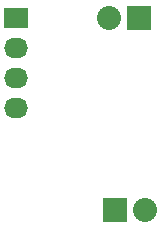
<source format=gbs>
G04 #@! TF.FileFunction,Soldermask,Bot*
%FSLAX46Y46*%
G04 Gerber Fmt 4.6, Leading zero omitted, Abs format (unit mm)*
G04 Created by KiCad (PCBNEW (2015-05-26 BZR 5680)-product) date 2015 June 16, Tuesday 18:31:44*
%MOMM*%
G01*
G04 APERTURE LIST*
%ADD10C,0.100000*%
%ADD11R,2.032000X2.032000*%
%ADD12O,2.032000X2.032000*%
%ADD13R,2.032000X1.727200*%
%ADD14O,2.032000X1.727200*%
G04 APERTURE END LIST*
D10*
D11*
X161036000Y-82804000D03*
D12*
X158496000Y-82804000D03*
D13*
X150622000Y-82804000D03*
D14*
X150622000Y-85344000D03*
X150622000Y-87884000D03*
X150622000Y-90424000D03*
D11*
X159004000Y-99060000D03*
D12*
X161544000Y-99060000D03*
M02*

</source>
